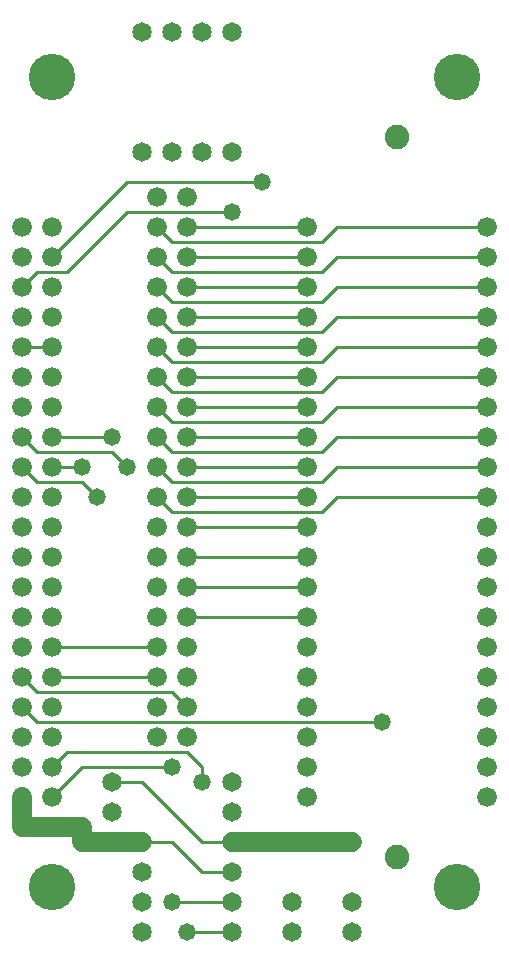
<source format=gbl>
%MOIN*%
%FSLAX25Y25*%
G04 D10 used for Character Trace; *
G04     Circle (OD=.01000) (No hole)*
G04 D11 used for Power Trace; *
G04     Circle (OD=.06700) (No hole)*
G04 D12 used for Signal Trace; *
G04     Circle (OD=.01100) (No hole)*
G04 D13 used for Via; *
G04     Circle (OD=.05800) (Round. Hole ID=.02800)*
G04 D14 used for Component hole; *
G04     Circle (OD=.06500) (Round. Hole ID=.03500)*
G04 D15 used for Component hole; *
G04     Circle (OD=.06600) (Round. Hole ID=.04200)*
G04 D16 used for Component hole; *
G04     Circle (OD=.08200) (Round. Hole ID=.05200)*
G04 D17 used for Component hole; *
G04     Circle (OD=.08950) (Round. Hole ID=.05950)*
G04 D18 used for Component hole; *
G04     Circle (OD=.11600) (Round. Hole ID=.08600)*
G04 D19 used for Component hole; *
G04     Circle (OD=.15500) (Round. Hole ID=.12500)*
G04 D20 used for Component hole; *
G04     Circle (OD=.18200) (Round. Hole ID=.15200)*
G04 D21 used for Component hole; *
G04     Circle (OD=.24300) (Round. Hole ID=.21300)*
%ADD10C,.01000*%
%ADD11C,.06700*%
%ADD12C,.01100*%
%ADD13C,.05800*%
%ADD14C,.06500*%
%ADD15C,.06600*%
%ADD16C,.08200*%
%ADD17C,.08950*%
%ADD18C,.11600*%
%ADD19C,.15500*%
%ADD20C,.18200*%
%ADD21C,.24300*%
%IPPOS*%
%LPD*%
G90*X0Y0D02*D19*X25000Y25000D03*D11*              
X35000Y40000D02*X55000D01*D14*D03*D12*X65000D01*  
X75000Y30000D01*X85000D01*D14*D03*D12*            
X75000Y40000D02*X85000D01*D14*D03*D11*X125000D01* 
D13*D03*D15*X110000Y55000D03*D16*X140000Y35000D03*
D14*X105000Y20000D03*X125000D03*D15*              
X110000Y65000D03*D14*X105000Y10000D03*X125000D03* 
D19*X160000Y25000D03*D15*X110000Y75000D03*D14*    
X85000Y60000D03*D13*X135000Y80000D03*D12*         
X20000D01*X15000Y85000D01*D15*D03*D12*            
X20000Y90000D02*X65000D01*X70000Y85000D01*D15*D03*
X60000Y95000D03*D12*X25000D01*D15*D03*D12*        
X20000Y90000D02*X15000Y95000D01*D15*D03*          
X25000Y85000D03*Y105000D03*D12*X60000D01*D15*D03* 
X70000Y95000D03*Y115000D03*D12*X110000D01*D15*D03*
Y125000D03*D12*X70000D01*D15*D03*X60000Y135000D03*
Y115000D03*X70000Y135000D03*D12*X110000D01*D15*   
D03*Y145000D03*D12*X70000D01*D15*D03*D12*         
X65000Y150000D02*X115000D01*X120000Y155000D01*    
X170000D01*D15*D03*Y165000D03*D12*X120000D01*     
X115000Y160000D01*X65000D01*X60000Y165000D01*D15* 
D03*D12*X65000Y170000D02*X115000D01*              
X120000Y175000D01*X170000D01*D15*D03*Y185000D03*  
D12*X120000D01*X115000Y180000D01*X65000D01*       
X60000Y185000D01*D15*D03*D12*X65000Y190000D02*    
X115000D01*X120000Y195000D01*X170000D01*D15*D03*  
Y205000D03*D12*X120000D01*X115000Y200000D01*      
X65000D01*X60000Y205000D01*D15*D03*D12*           
X65000Y210000D02*X115000D01*X120000Y215000D01*    
X170000D01*D15*D03*Y225000D03*D12*X120000D01*     
X115000Y220000D01*X65000D01*X60000Y225000D01*D15* 
D03*D12*X65000Y230000D02*X115000D01*              
X120000Y235000D01*X170000D01*D15*D03*Y245000D03*  
D12*X120000D01*X115000Y240000D01*X65000D01*       
X60000Y245000D01*D15*D03*X70000Y235000D03*D12*    
X110000D01*D15*D03*Y245000D03*D12*X70000D01*D15*  
D03*X60000Y255000D03*Y235000D03*D12*              
X65000Y230000D01*D15*X70000Y225000D03*D12*        
X110000D01*D15*D03*Y215000D03*D12*X70000D01*D15*  
D03*D12*X65000Y210000D02*X60000Y215000D01*D15*D03*
X70000Y205000D03*D12*X110000D01*D15*D03*          
Y195000D03*D12*X70000D01*D15*D03*D12*             
X65000Y190000D02*X60000Y195000D01*D15*D03*        
X70000Y185000D03*D12*X110000D01*D15*D03*          
Y175000D03*D12*X70000D01*D15*D03*D12*             
X65000Y170000D02*X60000Y175000D01*D15*D03*        
X70000Y165000D03*D12*X110000D01*D15*D03*          
Y155000D03*D12*X70000D01*D15*D03*D12*             
X65000Y150000D02*X60000Y155000D01*D15*D03*D13*    
X50000Y165000D03*D12*X45000Y170000D01*X20000D01*  
X15000Y175000D01*D15*D03*X25000Y165000D03*D12*    
X35000D01*D13*D03*D12*X40000Y155000D02*           
X35000Y160000D01*D13*X40000Y155000D03*D12*        
X20000Y160000D02*X35000D01*X20000D02*             
X15000Y165000D01*D15*D03*X25000Y155000D03*        
Y175000D03*D12*X45000D01*D13*D03*D15*             
X25000Y195000D03*Y185000D03*X15000Y205000D03*D12* 
X25000D01*D15*D03*X15000Y215000D03*Y195000D03*    
X25000Y215000D03*X15000Y185000D03*                
X25000Y225000D03*X15000D03*D12*X20000Y230000D01*  
X30000D01*X50000Y250000D01*X85000D01*D13*D03*     
X95000Y260000D03*D12*X50000D01*X25000Y235000D01*  
D15*D03*X15000Y245000D03*X25000D03*               
X15000Y235000D03*D14*X55000Y270000D03*X65000D03*  
D15*X70000Y255000D03*D14*X75000Y270000D03*D19*    
X25000Y295000D03*D14*X85000Y270000D03*Y310000D03* 
X75000D03*X65000D03*X55000D03*D15*                
X15000Y155000D03*Y145000D03*X25000D03*X60000D03*  
X15000Y135000D03*X25000D03*X15000Y125000D03*      
X25000D03*X60000D03*D16*X140000Y275000D03*D15*    
X15000Y115000D03*X25000D03*X15000Y105000D03*      
X70000D03*X110000D03*D19*X160000Y295000D03*D15*   
X110000Y95000D03*X170000D03*Y105000D03*Y115000D03*
Y125000D03*Y135000D03*Y145000D03*X60000Y85000D03* 
X110000D03*X170000D03*X15000Y75000D03*X25000D03*  
X60000D03*X70000D03*X170000D03*D12*               
X25000Y65000D02*X30000Y70000D01*D15*              
X25000Y65000D03*D12*X30000Y70000D02*X70000D01*    
X75000Y65000D01*Y60000D01*D13*D03*D14*            
X85000Y50000D03*D13*X65000Y65000D03*D12*X35000D01*
X25000Y55000D01*D15*D03*D11*X35000Y40000D02*      
Y45000D01*X15000D01*Y55000D01*D15*D03*Y65000D03*  
D14*X45000Y50000D03*Y60000D03*D12*X55000D01*      
X75000Y40000D01*D14*X55000Y20000D03*D13*X65000D03*
D12*X85000D01*D14*D03*Y10000D03*D12*X70000D01*D13*
D03*D14*X55000D03*Y30000D03*D15*X170000Y55000D03* 
Y65000D03*M02*                                    

</source>
